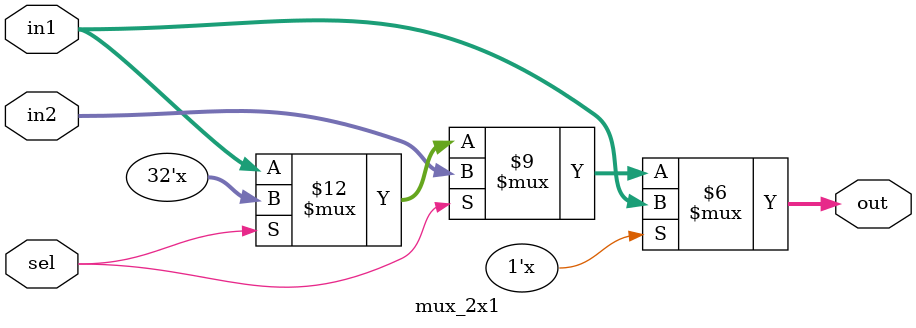
<source format=sv>
`timescale 1ns/1ps
module mux_2x1(
        input  logic  [31:0] in1, in2,
        input  logic              sel,
        output logic  [31:0]      out
    );
    
    
    always_comb begin
        if (sel == 1'b0) out = in1;
        if (sel == 1'b1) out = in2;
        if (sel == 1'bx) out = in1;
    end
    
endmodule
</source>
